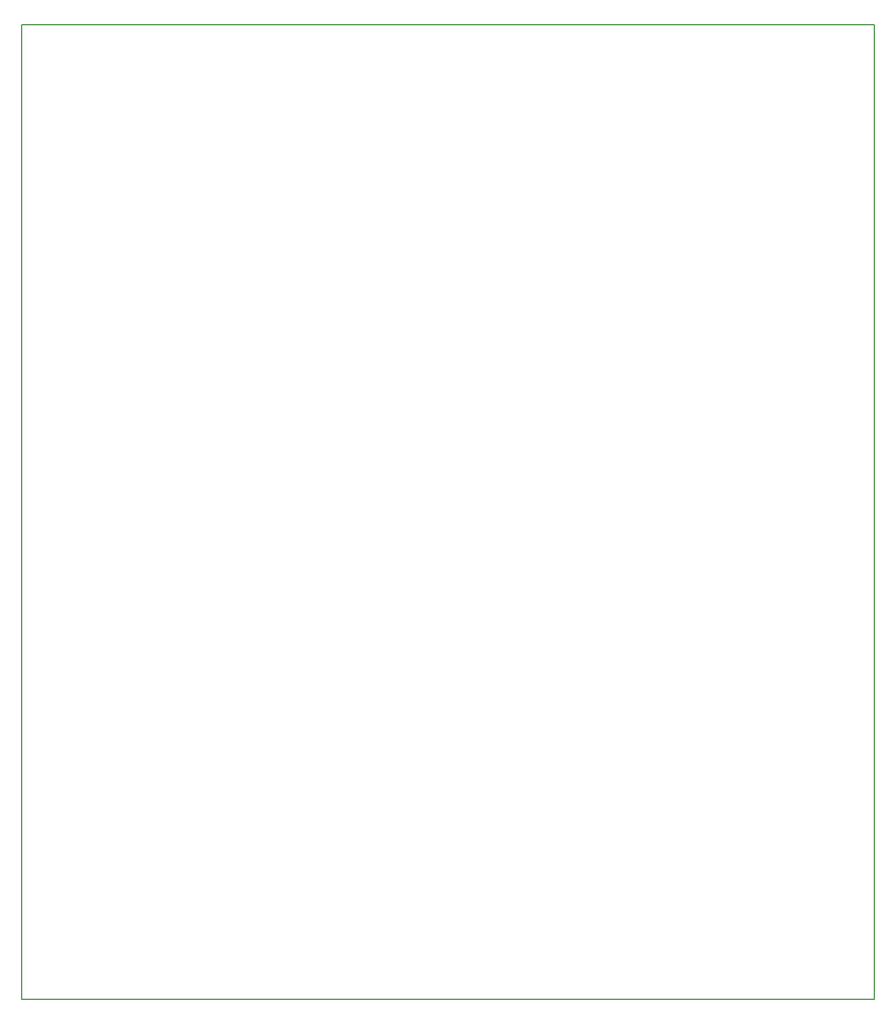
<source format=gbr>
%TF.GenerationSoftware,KiCad,Pcbnew,(5.0.1-3-g963ef8bb5)*%
%TF.CreationDate,2019-03-05T20:33:43+01:00*%
%TF.ProjectId,KaJUSBhub,4B614A5553426875622E6B696361645F,0.1*%
%TF.SameCoordinates,Original*%
%TF.FileFunction,Profile,NP*%
%FSLAX46Y46*%
G04 Gerber Fmt 4.6, Leading zero omitted, Abs format (unit mm)*
G04 Created by KiCad (PCBNEW (5.0.1-3-g963ef8bb5)) date Dienstag, 05. März 2019 um 20:33:43*
%MOMM*%
%LPD*%
G01*
G04 APERTURE LIST*
%ADD10C,0.150000*%
G04 APERTURE END LIST*
D10*
X100000000Y-157000000D02*
X100000000Y-20000000D01*
X220000000Y-157000000D02*
X100000000Y-157000000D01*
X100000000Y-20000000D02*
X220000000Y-20000000D01*
X220000000Y-20000000D02*
X220000000Y-157000000D01*
M02*

</source>
